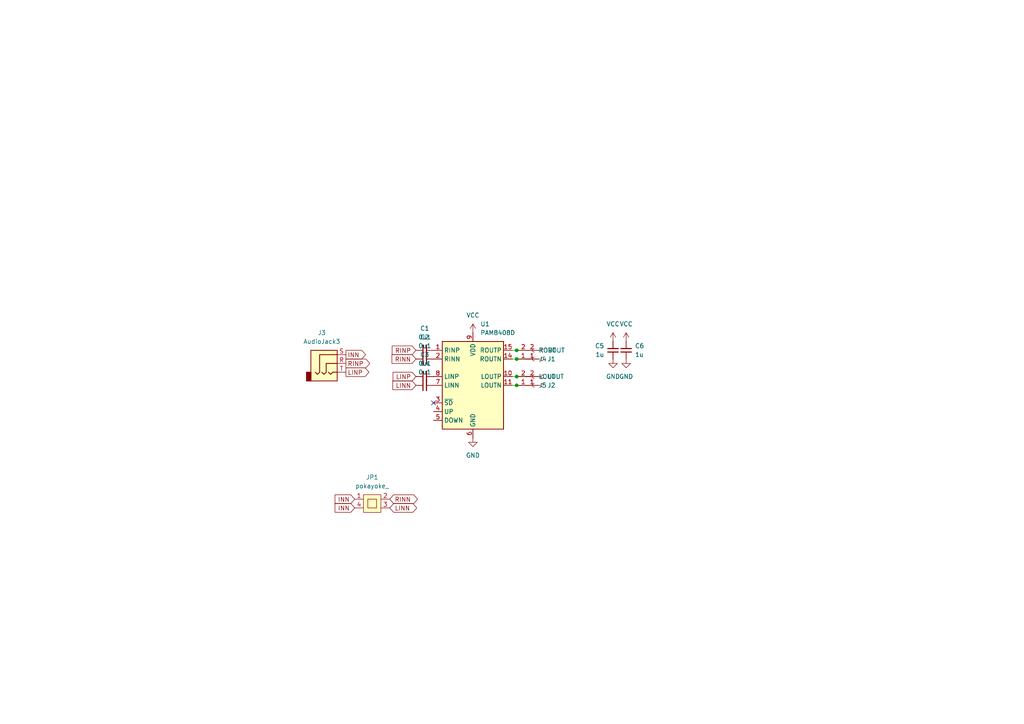
<source format=kicad_sch>
(kicad_sch (version 20250114) (generator "eeschema") (generator_version "9.0")
  (paper "A4")
  (lib_symbols
    (symbol "Connector:Conn_01x02_Socket" (pin_names (offset 1.016) (hide yes))
      (property "Reference" "J" (at 0 2.54 0))
      (property "Value" "Conn_01x02_Socket" (at 0 -5.08 0))
      (symbol "Conn_01x02_Socket_1_1"
        (polyline (pts (xy -1.27 0) (xy -0.508 0)) (stroke (width 0.1524)))
        (polyline (pts (xy -1.27 -2.54) (xy -0.508 -2.54)) (stroke (width 0.1524)))
        (arc (start 0 -0.508) (mid -0.5058 0) (end 0 0.508) (stroke (width 0.1524)))
        (arc (start 0 -3.048) (mid -0.5058 -2.54) (end 0 -2.032) (stroke (width 0.1524)))
        (pin passive line (at -5.08 0 0) (length 3.81) (name "Pin_1") (number "1"))
        (pin passive line (at -5.08 -2.54 0) (length 3.81) (name "Pin_2") (number "2"))
      )
    )
    (symbol "Connector_Audio:AudioJack3"
      (property "Reference" "J" (at 0 8.89 0))
      (property "Value" "AudioJack3" (at 0 6.35 0))
      (symbol "AudioJack3_0_1"
        (rectangle (start -5.08 -5.08) (end -6.35 -2.54) (stroke (width 0.254)) (fill (type outline)))
        (polyline (pts (xy -1.905 -2.54) (xy -1.27 -3.175) (xy -0.635 -2.54) (xy -0.635 0) (xy 2.54 0)) (stroke (width 0.254)))
        (polyline (pts (xy 0 -2.54) (xy 0.635 -3.175) (xy 1.27 -2.54) (xy 2.54 -2.54)) (stroke (width 0.254)))
        (rectangle (start 2.54 3.81) (end -5.08 -5.08) (stroke (width 0.254)) (fill (type background)))
        (polyline (pts (xy 2.54 2.54) (xy -2.54 2.54) (xy -2.54 -2.54) (xy -3.175 -3.175) (xy -3.81 -2.54)) (stroke (width 0.254)))
      )
      (symbol "AudioJack3_1_1"
        (pin passive line (at 5.08 2.54 180) (length 2.54) (name "~") (number "S"))
        (pin passive line (at 5.08 0 180) (length 2.54) (name "~") (number "R"))
        (pin passive line (at 5.08 -2.54 180) (length 2.54) (name "~") (number "T"))
      )
    )
    (symbol "Device:C_Small" (pin_numbers (hide yes)) (pin_names (offset 0.254) (hide yes))
      (property "Reference" "C" (at 0.254 1.778 0))
      (property "Value" "C_Small" (at 0.254 -2.032 0))
      (symbol "C_Small_0_1"
        (polyline (pts (xy -1.524 0.508) (xy 1.524 0.508)) (stroke (width 0.3048)))
        (polyline (pts (xy -1.524 -0.508) (xy 1.524 -0.508)) (stroke (width 0.3302)))
      )
      (symbol "C_Small_1_1"
        (pin passive line (at 0 2.54 270) (length 2.032) (name "~") (number "1"))
        (pin passive line (at 0 -2.54 90) (length 2.032) (name "~") (number "2"))
      )
    )
    (symbol "Library:PAM8408D"
      (property "Reference" "U" (at 2.54 -2.54 0))
      (property "Value" "PAM8408D" (at 2.54 -5.08 0))
      (symbol "PAM8408D_0_1"
        (rectangle (start -8.89 12.7) (end 8.89 -12.7) (stroke (width 0.254)) (fill (type background)))
      )
      (symbol "PAM8408D_1_1"
        (pin input line (at -11.43 10.16 0) (length 2.54) (name "RINP") (number "1"))
        (pin input line (at -11.43 7.62 0) (length 2.54) (name "RINN") (number "2"))
        (pin input line (at -11.43 2.54 0) (length 2.54) (name "LINP") (number "8"))
        (pin input line (at -11.43 0 0) (length 2.54) (name "LINN") (number "7"))
        (pin input line (at -11.43 -5.08 0) (length 2.54) (name "~{SD}") (number "3"))
        (pin input line (at -11.43 -7.62 0) (length 2.54) (name "UP") (number "4"))
        (pin input line (at -11.43 -10.16 0) (length 2.54) (name "DOWN") (number "5"))
        (pin passive line (at 0 15.24 270) (length 2.54) (hide yes) (name "VDD") (number "16"))
        (pin power_in line (at 0 15.24 270) (length 2.54) (name "VDD") (number "9"))
        (pin passive line (at 0 -15.24 90) (length 2.54) (hide yes) (name "GND") (number "12"))
        (pin passive line (at 0 -15.24 90) (length 2.54) (hide yes) (name "GND") (number "13"))
        (pin power_in line (at 0 -15.24 90) (length 2.54) (name "GND") (number "6"))
        (pin output line (at 11.43 10.16 180) (length 2.54) (name "ROUTP") (number "15"))
        (pin output line (at 11.43 7.62 180) (length 2.54) (name "ROUTN") (number "14"))
        (pin output line (at 11.43 2.54 180) (length 2.54) (name "LOUTP") (number "10"))
        (pin output line (at 11.43 0 180) (length 2.54) (name "LOUTN") (number "11"))
      )
    )
    (symbol "Library:pokayoke_"
      (property "Reference" "JP" (at 1.27 3.81 0))
      (property "Value" "pokayoke_" (at 1.27 2.54 0))
      (symbol "pokayoke__0_1"
        (polyline (pts (xy 0 0) (xy 2.54 0) (xy 2.54 -2.54) (xy 0 -2.54) (xy 0 0)))
        (polyline (pts (xy 0 -2.54) (xy 0 -2.54)))
      )
      (symbol "pokayoke__1_1"
        (rectangle (start -1.27 1.27) (end 3.81 -3.81) (fill (type background)))
        (pin bidirectional line (at -3.81 0 0) (length 2.54) (name "") (number "1"))
        (pin bidirectional line (at -3.81 -2.54 0) (length 2.54) (name "") (number "4"))
        (pin bidirectional line (at 6.35 0 180) (length 2.54) (name "") (number "2"))
        (pin bidirectional line (at 6.35 -2.54 180) (length 2.54) (name "") (number "3"))
      )
    )
    (symbol "power:GND" (power) (pin_numbers (hide yes)) (pin_names (offset 0) (hide yes))
      (property "Value" "GND" (at 0 -3.81 0))
      (symbol "GND_0_1"
        (polyline (pts (xy 0 0) (xy 0 -1.27) (xy 1.27 -1.27) (xy 0 -2.54) (xy -1.27 -1.27) (xy 0 -1.27)))
      )
      (symbol "GND_1_1"
        (pin power_in line (at 0 0 270) (length 0) (name "~") (number "1"))
      )
    )
    (symbol "power:VCC" (power) (pin_numbers (hide yes)) (pin_names (offset 0) (hide yes))
      (property "Value" "VCC" (at 0 3.556 0))
      (symbol "VCC_0_1"
        (polyline (pts (xy -0.762 1.27) (xy 0 2.54)))
        (polyline (pts (xy 0 2.54) (xy 0.762 1.27)))
        (polyline (pts (xy 0 0) (xy 0 2.54)))
      )
      (symbol "VCC_1_1"
        (pin power_in line (at 0 0 90) (length 0) (name "~") (number "1"))
      )
    )
  )
  (junction (at 149.86 111.76))
  (junction (at 149.86 101.6))
  (junction (at 149.86 109.22))
  (junction (at 149.86 104.14))
  (no_connect (at 125.73 116.84))
  (wire (pts (xy 152.4 101.6) (xy 149.86 101.6)))
  (wire (pts (xy 152.4 104.14) (xy 149.86 104.14)))
  (wire (pts (xy 152.4 109.22) (xy 149.86 109.22)))
  (wire (pts (xy 152.4 111.76) (xy 149.86 111.76)))
  (wire (pts (xy 149.86 104.14) (xy 148.59 104.14)))
  (wire (pts (xy 149.86 101.6) (xy 148.59 101.6)))
  (wire (pts (xy 149.86 111.76) (xy 148.59 111.76)))
  (wire (pts (xy 149.86 109.22) (xy 148.59 109.22)))
  (global_label "RINP" (shape input) (at 120.65 101.6 180) (property "Intersheetrefs" "${INTERSHEET_REFS}" (effects (hide yes))))
  (global_label "INN" (shape input) (at 102.87 147.32 180) (property "Intersheetrefs" "${INTERSHEET_REFS}" (effects (hide yes))))
  (global_label "LINP" (shape input) (at 120.65 109.22 180) (property "Intersheetrefs" "${INTERSHEET_REFS}" (effects (hide yes))))
  (global_label "INN" (shape output) (at 100.33 102.87 0) (property "Intersheetrefs" "${INTERSHEET_REFS}" (effects (hide yes))))
  (global_label "LINN" (shape input) (at 120.65 111.76 180) (property "Intersheetrefs" "${INTERSHEET_REFS}" (effects (hide yes))))
  (global_label "LINN" (shape bidirectional) (at 113.03 147.32 0) (property "Intersheetrefs" "${INTERSHEET_REFS}" (effects (hide yes))))
  (global_label "RINN" (shape bidirectional) (at 113.03 144.78 0) (property "Intersheetrefs" "${INTERSHEET_REFS}" (effects (hide yes))))
  (global_label "INN" (shape input) (at 102.87 144.78 180) (property "Intersheetrefs" "${INTERSHEET_REFS}" (effects (hide yes))))
  (global_label "LINP" (shape output) (at 100.33 107.95 0) (property "Intersheetrefs" "${INTERSHEET_REFS}" (effects (hide yes))))
  (global_label "RINP" (shape output) (at 100.33 105.41 0) (property "Intersheetrefs" "${INTERSHEET_REFS}" (effects (hide yes))))
  (global_label "RINN" (shape input) (at 120.65 104.14 180) (property "Intersheetrefs" "${INTERSHEET_REFS}" (effects (hide yes))))
  (symbol (lib_id "Device:C_Small") (at 181.61 101.6 180) (unit 1)
    (property "Reference" "C6" (at 184.15 100.3235 0) (effects (justify right)))
    (property "Value" "1u" (at 184.15 102.8635 0) (effects (justify right)))
    (property "Footprint" "Capacitor_SMD:C_0603_1608Metric" (effects (hide yes)))
    (property "Description" "Unpolarized capacitor, small symbol" (effects (hide yes)))
  )
  (symbol (lib_id "power:VCC") (at 181.61 99.06 0) (unit 1)
    (property "Reference" "#PWR04" (effects (hide yes)))
    (property "Value" "VCC" (at 181.61 93.98 0))
    (property "Description" "Power symbol creates a global label with name \"VCC\"" (effects (hide yes)))
  )
  (symbol (lib_id "Connector:Conn_01x02_Socket") (at 157.48 111.76 0) (mirror x) (unit 1)
    (property "Reference" "J2" (at 158.75 111.7601 0) (effects (justify left)))
    (property "Value" "LOUT" (at 158.75 109.2201 0) (effects (justify left)))
    (property "Footprint" "Connector_JST:JST_XH_B2B-XH-A_1x02_P2.50mm_Vertical" (effects (hide yes)))
    (property "Description" "Generic connector, single row, 01x02, script generated" (effects (hide yes)))
  )
  (symbol (lib_id "Device:C_Small") (at 123.19 109.22 90) (unit 1)
    (property "Reference" "C3" (at 123.1963 102.87 90))
    (property "Value" "0u1" (at 123.1963 105.41 90))
    (property "Footprint" "Capacitor_SMD:C_0603_1608Metric" (effects (hide yes)))
    (property "Description" "Unpolarized capacitor, small symbol" (effects (hide yes)))
  )
  (symbol (lib_id "Connector:Conn_01x02_Socket") (at 157.48 104.14 0) (mirror x) (unit 1)
    (property "Reference" "J1" (at 158.75 104.1401 0) (effects (justify left)))
    (property "Value" "ROUT" (at 158.75 101.6001 0) (effects (justify left)))
    (property "Footprint" "Connector_JST:JST_XH_B2B-XH-A_1x02_P2.50mm_Vertical" (effects (hide yes)))
    (property "Description" "Generic connector, single row, 01x02, script generated" (effects (hide yes)))
  )
  (symbol (lib_id "Library:PAM8408D") (at 137.16 111.76 0) (unit 1)
    (property "Reference" "U1" (at 139.3033 93.98 0) (effects (justify left)))
    (property "Value" "PAM8408D" (at 139.3033 96.52 0) (effects (justify left)))
    (property "Footprint" "Package_SO:SOP-16_3.9x9.9mm_P1.27mm" (effects (hide yes)))
    (property "Datasheet" "https://www.diodes.com/assets/Datasheets/PAM8408.pdf" (effects (hide yes)))
  )
  (symbol (lib_id "power:VCC") (at 177.8 99.06 0) (unit 1)
    (property "Reference" "#PWR02" (effects (hide yes)))
    (property "Value" "VCC" (at 177.8 93.98 0))
    (property "Description" "Power symbol creates a global label with name \"VCC\"" (effects (hide yes)))
  )
  (symbol (lib_id "Device:C_Small") (at 177.8 101.6 0) (mirror x) (unit 1)
    (property "Reference" "C5" (at 175.26 100.3235 0) (effects (justify right)))
    (property "Value" "1u" (at 175.26 102.8635 0) (effects (justify right)))
    (property "Footprint" "Capacitor_SMD:C_0603_1608Metric" (effects (hide yes)))
    (property "Description" "Unpolarized capacitor, small symbol" (effects (hide yes)))
  )
  (symbol (lib_id "Connector:Conn_01x02_Socket") (at 154.94 104.14 0) (mirror x) (unit 1)
    (property "Reference" "J4" (at 156.21 104.1401 0) (effects (justify left)))
    (property "Value" "ROUT" (at 156.21 101.6001 0) (effects (justify left)))
    (property "Footprint" "Connector_JST:JST_ZH_B2B-ZR_1x02_P1.50mm_Vertical" (effects (hide yes)))
    (property "Description" "Generic connector, single row, 01x02, script generated" (effects (hide yes)))
  )
  (symbol (lib_id "power:GND") (at 177.8 104.14 0) (unit 1)
    (property "Reference" "#PWR05" (effects (hide yes)))
    (property "Value" "GND" (at 177.8 109.22 0))
    (property "Description" "Power symbol creates a global label with name \"GND\" , ground" (effects (hide yes)))
  )
  (symbol (lib_id "Connector:Conn_01x02_Socket") (at 154.94 111.76 0) (mirror x) (unit 1)
    (property "Reference" "J5" (at 156.21 111.7601 0) (effects (justify left)))
    (property "Value" "LOUT" (at 156.21 109.2201 0) (effects (justify left)))
    (property "Footprint" "Connector_JST:JST_ZH_B2B-ZR_1x02_P1.50mm_Vertical" (effects (hide yes)))
    (property "Description" "Generic connector, single row, 01x02, script generated" (effects (hide yes)))
  )
  (symbol (lib_id "power:GND") (at 181.61 104.14 0) (unit 1)
    (property "Reference" "#PWR06" (effects (hide yes)))
    (property "Value" "GND" (at 181.61 109.22 0))
    (property "Description" "Power symbol creates a global label with name \"GND\" , ground" (effects (hide yes)))
  )
  (symbol (lib_id "power:GND") (at 137.16 127 0) (unit 1)
    (property "Reference" "#PWR03" (effects (hide yes)))
    (property "Value" "GND" (at 137.16 132.08 0))
    (property "Description" "Power symbol creates a global label with name \"GND\" , ground" (effects (hide yes)))
  )
  (symbol (lib_id "Device:C_Small") (at 123.19 111.76 90) (unit 1)
    (property "Reference" "C4" (at 123.1963 105.41 90))
    (property "Value" "0u1" (at 123.1963 107.95 90))
    (property "Footprint" "Capacitor_SMD:C_0603_1608Metric" (effects (hide yes)))
    (property "Description" "Unpolarized capacitor, small symbol" (effects (hide yes)))
  )
  (symbol (lib_id "power:VCC") (at 137.16 96.52 0) (unit 1)
    (property "Reference" "#PWR01" (effects (hide yes)))
    (property "Value" "VCC" (at 137.16 91.44 0))
    (property "Description" "Power symbol creates a global label with name \"VCC\"" (effects (hide yes)))
  )
  (symbol (lib_id "Device:C_Small") (at 123.19 101.6 90) (unit 1)
    (property "Reference" "C1" (at 123.1963 95.25 90))
    (property "Value" "0u1" (at 123.1963 97.79 90))
    (property "Footprint" "Capacitor_SMD:C_0603_1608Metric" (effects (hide yes)))
    (property "Description" "Unpolarized capacitor, small symbol" (effects (hide yes)))
  )
  (symbol (lib_id "Library:pokayoke_") (at 106.68 144.78 0) (unit 1)
    (property "Reference" "JP1" (at 107.95 138.43 0))
    (property "Value" "pokayoke_" (at 107.95 140.97 0))
    (property "Footprint" "Library:pokayoke_1608" (effects (hide yes)))
  )
  (symbol (lib_id "Device:C_Small") (at 123.19 104.14 90) (unit 1)
    (property "Reference" "C2" (at 123.1963 97.79 90))
    (property "Value" "0u1" (at 123.1963 100.33 90))
    (property "Footprint" "Capacitor_SMD:C_0603_1608Metric" (effects (hide yes)))
    (property "Description" "Unpolarized capacitor, small symbol" (effects (hide yes)))
  )
  (symbol (lib_id "Connector_Audio:AudioJack3") (at 95.25 105.41 0) (unit 1)
    (property "Reference" "J3" (at 93.345 96.52 0))
    (property "Value" "AudioJack3" (at 93.345 99.06 0))
    (property "Description" "Audio Jack, 3 Poles (Stereo / TRS)" (effects (hide yes)))
  )
)
</source>
